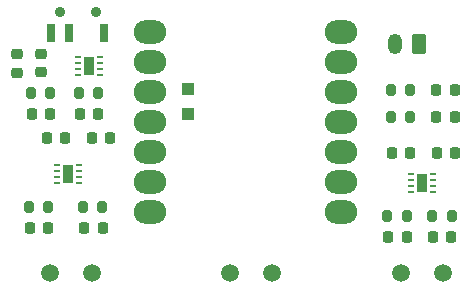
<source format=gbr>
%TF.GenerationSoftware,KiCad,Pcbnew,(7.0.0)*%
%TF.CreationDate,2023-02-21T16:48:07-06:00*%
%TF.ProjectId,stick-and-slip_v1,73746963-6b2d-4616-9e64-2d736c69705f,rev?*%
%TF.SameCoordinates,Original*%
%TF.FileFunction,Soldermask,Top*%
%TF.FilePolarity,Negative*%
%FSLAX46Y46*%
G04 Gerber Fmt 4.6, Leading zero omitted, Abs format (unit mm)*
G04 Created by KiCad (PCBNEW (7.0.0)) date 2023-02-21 16:48:07*
%MOMM*%
%LPD*%
G01*
G04 APERTURE LIST*
G04 Aperture macros list*
%AMRoundRect*
0 Rectangle with rounded corners*
0 $1 Rounding radius*
0 $2 $3 $4 $5 $6 $7 $8 $9 X,Y pos of 4 corners*
0 Add a 4 corners polygon primitive as box body*
4,1,4,$2,$3,$4,$5,$6,$7,$8,$9,$2,$3,0*
0 Add four circle primitives for the rounded corners*
1,1,$1+$1,$2,$3*
1,1,$1+$1,$4,$5*
1,1,$1+$1,$6,$7*
1,1,$1+$1,$8,$9*
0 Add four rect primitives between the rounded corners*
20,1,$1+$1,$2,$3,$4,$5,0*
20,1,$1+$1,$4,$5,$6,$7,0*
20,1,$1+$1,$6,$7,$8,$9,0*
20,1,$1+$1,$8,$9,$2,$3,0*%
G04 Aperture macros list end*
%ADD10R,1.000000X1.000000*%
%ADD11RoundRect,1.000000X-0.375000X0.000000X0.375000X0.000000X0.375000X0.000000X-0.375000X0.000000X0*%
%ADD12C,1.500000*%
%ADD13C,0.900000*%
%ADD14R,0.700000X1.500000*%
%ADD15RoundRect,0.218750X0.218750X0.256250X-0.218750X0.256250X-0.218750X-0.256250X0.218750X-0.256250X0*%
%ADD16R,0.500000X0.250000*%
%ADD17R,0.900000X1.600000*%
%ADD18RoundRect,0.200000X-0.200000X-0.275000X0.200000X-0.275000X0.200000X0.275000X-0.200000X0.275000X0*%
%ADD19RoundRect,0.200000X0.200000X0.275000X-0.200000X0.275000X-0.200000X-0.275000X0.200000X-0.275000X0*%
%ADD20O,1.200000X1.750000*%
%ADD21RoundRect,0.250000X0.350000X0.625000X-0.350000X0.625000X-0.350000X-0.625000X0.350000X-0.625000X0*%
%ADD22RoundRect,0.218750X-0.218750X-0.256250X0.218750X-0.256250X0.218750X0.256250X-0.218750X0.256250X0*%
%ADD23RoundRect,0.225000X0.250000X-0.225000X0.250000X0.225000X-0.250000X0.225000X-0.250000X-0.225000X0*%
%ADD24RoundRect,0.225000X-0.225000X-0.250000X0.225000X-0.250000X0.225000X0.250000X-0.225000X0.250000X0*%
G04 APERTURE END LIST*
D10*
%TO.C,J4*%
X49529999Y-56514999D03*
%TD*%
%TO.C,J3*%
X49529999Y-58673999D03*
%TD*%
D11*
%TO.C,U1*%
X46321000Y-66913250D03*
X46321000Y-64373250D03*
X46321000Y-61833250D03*
X46321000Y-59293250D03*
X46321000Y-56753250D03*
X46321000Y-54213250D03*
X46321000Y-51673250D03*
X62486000Y-66913250D03*
X62486000Y-64373250D03*
X62486000Y-61833250D03*
X62486000Y-59293250D03*
X62486000Y-56753250D03*
X62486000Y-54213250D03*
X62486000Y-51673250D03*
%TD*%
D12*
%TO.C,J1*%
X67570000Y-72136000D03*
%TD*%
D13*
%TO.C,S1*%
X38719000Y-50038000D03*
X41719000Y-50038000D03*
D14*
X37968999Y-51787999D03*
X39468999Y-51787999D03*
X42468999Y-51787999D03*
%TD*%
D15*
%TO.C,D8*%
X41961000Y-58674000D03*
X40386000Y-58674000D03*
%TD*%
D16*
%TO.C,U4*%
X40197999Y-53859999D03*
X40197999Y-54359999D03*
X40197999Y-54859999D03*
X40197999Y-55359999D03*
X42097999Y-55359999D03*
X42097999Y-54859999D03*
X42097999Y-54359999D03*
X42097999Y-53859999D03*
D17*
X41147999Y-54609999D03*
%TD*%
D16*
%TO.C,U3*%
X38419999Y-63003999D03*
X38419999Y-63503999D03*
X38419999Y-64003999D03*
X38419999Y-64503999D03*
X40319999Y-64503999D03*
X40319999Y-64003999D03*
X40319999Y-63503999D03*
X40319999Y-63003999D03*
D17*
X39369999Y-63753999D03*
%TD*%
D16*
%TO.C,U2*%
X70291999Y-65265999D03*
X70291999Y-64765999D03*
X70291999Y-64265999D03*
X70291999Y-63765999D03*
X68391999Y-63765999D03*
X68391999Y-64265999D03*
X68391999Y-64765999D03*
X68391999Y-65265999D03*
D17*
X69341999Y-64515999D03*
%TD*%
D18*
%TO.C,R8*%
X40311000Y-56896000D03*
X41961000Y-56896000D03*
%TD*%
D19*
%TO.C,R7*%
X37897000Y-56896000D03*
X36247000Y-56896000D03*
%TD*%
D18*
%TO.C,R6*%
X42290000Y-66548000D03*
X40640000Y-66548000D03*
%TD*%
D19*
%TO.C,R5*%
X37718000Y-66548000D03*
X36068000Y-66548000D03*
%TD*%
D18*
%TO.C,R4*%
X71882000Y-67310000D03*
X70232000Y-67310000D03*
%TD*%
D19*
%TO.C,R3*%
X68072000Y-67310000D03*
X66422000Y-67310000D03*
%TD*%
%TO.C,R2*%
X66727000Y-58928000D03*
X68377000Y-58928000D03*
%TD*%
%TO.C,R1*%
X68377000Y-56642000D03*
X66727000Y-56642000D03*
%TD*%
D20*
%TO.C,J9*%
X67071999Y-52741999D03*
D21*
X69072000Y-52742000D03*
%TD*%
D12*
%TO.C,J8*%
X41402000Y-72136000D03*
%TD*%
%TO.C,J7*%
X37852000Y-72136000D03*
%TD*%
%TO.C,J6*%
X56642000Y-72136000D03*
%TD*%
%TO.C,J5*%
X53092000Y-72136000D03*
%TD*%
%TO.C,J2*%
X71120000Y-72136000D03*
%TD*%
D22*
%TO.C,D7*%
X37897000Y-58674000D03*
X36322000Y-58674000D03*
%TD*%
D15*
%TO.C,D6*%
X42341000Y-68326000D03*
X40766000Y-68326000D03*
%TD*%
D22*
%TO.C,D5*%
X36143000Y-68326000D03*
X37718000Y-68326000D03*
%TD*%
D15*
%TO.C,D4*%
X71831000Y-69088000D03*
X70256000Y-69088000D03*
%TD*%
D22*
%TO.C,D3*%
X68072000Y-69088000D03*
X66497000Y-69088000D03*
%TD*%
D15*
%TO.C,D2*%
X72136000Y-58928000D03*
X70561000Y-58928000D03*
%TD*%
%TO.C,D1*%
X70561000Y-56642000D03*
X72136000Y-56642000D03*
%TD*%
D23*
%TO.C,C6*%
X35052000Y-55144000D03*
X35052000Y-53594000D03*
%TD*%
%TO.C,C5*%
X37084000Y-55131000D03*
X37084000Y-53581000D03*
%TD*%
D24*
%TO.C,C4*%
X39116000Y-60706000D03*
X37566000Y-60706000D03*
%TD*%
%TO.C,C3*%
X42926000Y-60706000D03*
X41376000Y-60706000D03*
%TD*%
%TO.C,C2*%
X68326000Y-61976000D03*
X66776000Y-61976000D03*
%TD*%
%TO.C,C1*%
X72136000Y-61976000D03*
X70586000Y-61976000D03*
%TD*%
M02*

</source>
